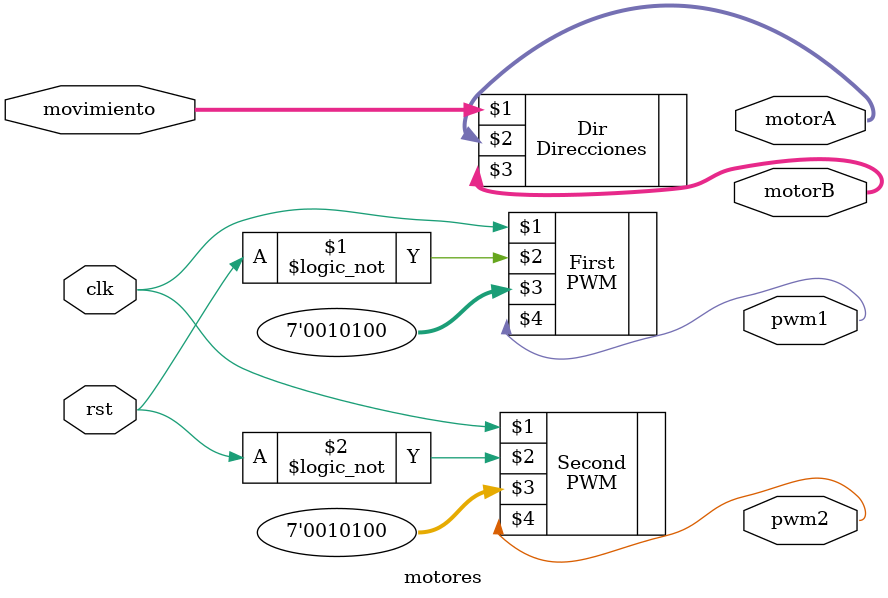
<source format=v>
module motores(
	input clk,
	input rst,
	input [2:0] movimiento,
	output pwm1,
	output pwm2,
	output [1:0] motorA,
	output [1:0] motorB
);


PWM First(clk, !rst, 7'd20, pwm1);
PWM Second(clk, !rst, 7'd20, pwm2);
Direcciones Dir(movimiento, motorA, motorB);

endmodule 

</source>
